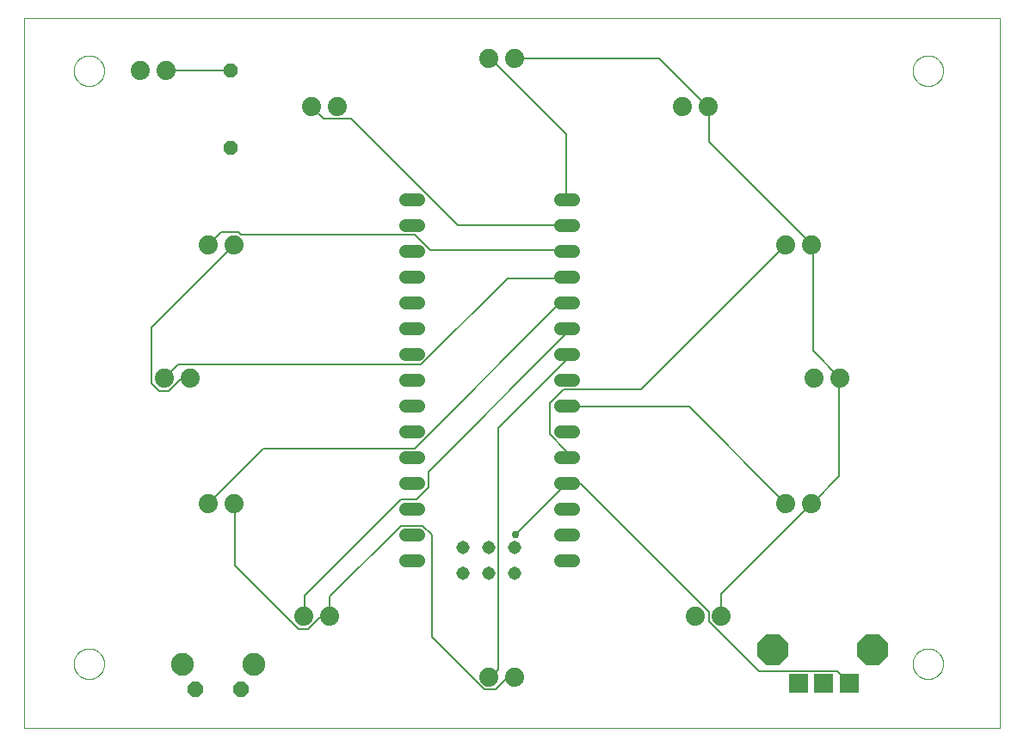
<source format=gtl>
G75*
%MOIN*%
%OFA0B0*%
%FSLAX25Y25*%
%IPPOS*%
%LPD*%
%AMOC8*
5,1,8,0,0,1.08239X$1,22.5*
%
%ADD10C,0.00000*%
%ADD11C,0.07400*%
%ADD12OC8,0.05200*%
%ADD13OC8,0.06000*%
%ADD14C,0.08850*%
%ADD15C,0.05150*%
%ADD16C,0.05150*%
%ADD17R,0.07400X0.07400*%
%ADD18OC8,0.11811*%
%ADD19C,0.00600*%
%ADD20C,0.02978*%
D10*
X0001000Y0020750D02*
X0001000Y0296341D01*
X0378953Y0296341D01*
X0378953Y0020750D01*
X0001000Y0020750D01*
X0020094Y0045750D02*
X0020096Y0045903D01*
X0020102Y0046057D01*
X0020112Y0046210D01*
X0020126Y0046362D01*
X0020144Y0046515D01*
X0020166Y0046666D01*
X0020191Y0046817D01*
X0020221Y0046968D01*
X0020255Y0047118D01*
X0020292Y0047266D01*
X0020333Y0047414D01*
X0020378Y0047560D01*
X0020427Y0047706D01*
X0020480Y0047850D01*
X0020536Y0047992D01*
X0020596Y0048133D01*
X0020660Y0048273D01*
X0020727Y0048411D01*
X0020798Y0048547D01*
X0020873Y0048681D01*
X0020950Y0048813D01*
X0021032Y0048943D01*
X0021116Y0049071D01*
X0021204Y0049197D01*
X0021295Y0049320D01*
X0021389Y0049441D01*
X0021487Y0049559D01*
X0021587Y0049675D01*
X0021691Y0049788D01*
X0021797Y0049899D01*
X0021906Y0050007D01*
X0022018Y0050112D01*
X0022132Y0050213D01*
X0022250Y0050312D01*
X0022369Y0050408D01*
X0022491Y0050501D01*
X0022616Y0050590D01*
X0022743Y0050677D01*
X0022872Y0050759D01*
X0023003Y0050839D01*
X0023136Y0050915D01*
X0023271Y0050988D01*
X0023408Y0051057D01*
X0023547Y0051122D01*
X0023687Y0051184D01*
X0023829Y0051242D01*
X0023972Y0051297D01*
X0024117Y0051348D01*
X0024263Y0051395D01*
X0024410Y0051438D01*
X0024558Y0051477D01*
X0024707Y0051513D01*
X0024857Y0051544D01*
X0025008Y0051572D01*
X0025159Y0051596D01*
X0025312Y0051616D01*
X0025464Y0051632D01*
X0025617Y0051644D01*
X0025770Y0051652D01*
X0025923Y0051656D01*
X0026077Y0051656D01*
X0026230Y0051652D01*
X0026383Y0051644D01*
X0026536Y0051632D01*
X0026688Y0051616D01*
X0026841Y0051596D01*
X0026992Y0051572D01*
X0027143Y0051544D01*
X0027293Y0051513D01*
X0027442Y0051477D01*
X0027590Y0051438D01*
X0027737Y0051395D01*
X0027883Y0051348D01*
X0028028Y0051297D01*
X0028171Y0051242D01*
X0028313Y0051184D01*
X0028453Y0051122D01*
X0028592Y0051057D01*
X0028729Y0050988D01*
X0028864Y0050915D01*
X0028997Y0050839D01*
X0029128Y0050759D01*
X0029257Y0050677D01*
X0029384Y0050590D01*
X0029509Y0050501D01*
X0029631Y0050408D01*
X0029750Y0050312D01*
X0029868Y0050213D01*
X0029982Y0050112D01*
X0030094Y0050007D01*
X0030203Y0049899D01*
X0030309Y0049788D01*
X0030413Y0049675D01*
X0030513Y0049559D01*
X0030611Y0049441D01*
X0030705Y0049320D01*
X0030796Y0049197D01*
X0030884Y0049071D01*
X0030968Y0048943D01*
X0031050Y0048813D01*
X0031127Y0048681D01*
X0031202Y0048547D01*
X0031273Y0048411D01*
X0031340Y0048273D01*
X0031404Y0048133D01*
X0031464Y0047992D01*
X0031520Y0047850D01*
X0031573Y0047706D01*
X0031622Y0047560D01*
X0031667Y0047414D01*
X0031708Y0047266D01*
X0031745Y0047118D01*
X0031779Y0046968D01*
X0031809Y0046817D01*
X0031834Y0046666D01*
X0031856Y0046515D01*
X0031874Y0046362D01*
X0031888Y0046210D01*
X0031898Y0046057D01*
X0031904Y0045903D01*
X0031906Y0045750D01*
X0031904Y0045597D01*
X0031898Y0045443D01*
X0031888Y0045290D01*
X0031874Y0045138D01*
X0031856Y0044985D01*
X0031834Y0044834D01*
X0031809Y0044683D01*
X0031779Y0044532D01*
X0031745Y0044382D01*
X0031708Y0044234D01*
X0031667Y0044086D01*
X0031622Y0043940D01*
X0031573Y0043794D01*
X0031520Y0043650D01*
X0031464Y0043508D01*
X0031404Y0043367D01*
X0031340Y0043227D01*
X0031273Y0043089D01*
X0031202Y0042953D01*
X0031127Y0042819D01*
X0031050Y0042687D01*
X0030968Y0042557D01*
X0030884Y0042429D01*
X0030796Y0042303D01*
X0030705Y0042180D01*
X0030611Y0042059D01*
X0030513Y0041941D01*
X0030413Y0041825D01*
X0030309Y0041712D01*
X0030203Y0041601D01*
X0030094Y0041493D01*
X0029982Y0041388D01*
X0029868Y0041287D01*
X0029750Y0041188D01*
X0029631Y0041092D01*
X0029509Y0040999D01*
X0029384Y0040910D01*
X0029257Y0040823D01*
X0029128Y0040741D01*
X0028997Y0040661D01*
X0028864Y0040585D01*
X0028729Y0040512D01*
X0028592Y0040443D01*
X0028453Y0040378D01*
X0028313Y0040316D01*
X0028171Y0040258D01*
X0028028Y0040203D01*
X0027883Y0040152D01*
X0027737Y0040105D01*
X0027590Y0040062D01*
X0027442Y0040023D01*
X0027293Y0039987D01*
X0027143Y0039956D01*
X0026992Y0039928D01*
X0026841Y0039904D01*
X0026688Y0039884D01*
X0026536Y0039868D01*
X0026383Y0039856D01*
X0026230Y0039848D01*
X0026077Y0039844D01*
X0025923Y0039844D01*
X0025770Y0039848D01*
X0025617Y0039856D01*
X0025464Y0039868D01*
X0025312Y0039884D01*
X0025159Y0039904D01*
X0025008Y0039928D01*
X0024857Y0039956D01*
X0024707Y0039987D01*
X0024558Y0040023D01*
X0024410Y0040062D01*
X0024263Y0040105D01*
X0024117Y0040152D01*
X0023972Y0040203D01*
X0023829Y0040258D01*
X0023687Y0040316D01*
X0023547Y0040378D01*
X0023408Y0040443D01*
X0023271Y0040512D01*
X0023136Y0040585D01*
X0023003Y0040661D01*
X0022872Y0040741D01*
X0022743Y0040823D01*
X0022616Y0040910D01*
X0022491Y0040999D01*
X0022369Y0041092D01*
X0022250Y0041188D01*
X0022132Y0041287D01*
X0022018Y0041388D01*
X0021906Y0041493D01*
X0021797Y0041601D01*
X0021691Y0041712D01*
X0021587Y0041825D01*
X0021487Y0041941D01*
X0021389Y0042059D01*
X0021295Y0042180D01*
X0021204Y0042303D01*
X0021116Y0042429D01*
X0021032Y0042557D01*
X0020950Y0042687D01*
X0020873Y0042819D01*
X0020798Y0042953D01*
X0020727Y0043089D01*
X0020660Y0043227D01*
X0020596Y0043367D01*
X0020536Y0043508D01*
X0020480Y0043650D01*
X0020427Y0043794D01*
X0020378Y0043940D01*
X0020333Y0044086D01*
X0020292Y0044234D01*
X0020255Y0044382D01*
X0020221Y0044532D01*
X0020191Y0044683D01*
X0020166Y0044834D01*
X0020144Y0044985D01*
X0020126Y0045138D01*
X0020112Y0045290D01*
X0020102Y0045443D01*
X0020096Y0045597D01*
X0020094Y0045750D01*
X0020094Y0275750D02*
X0020096Y0275903D01*
X0020102Y0276057D01*
X0020112Y0276210D01*
X0020126Y0276362D01*
X0020144Y0276515D01*
X0020166Y0276666D01*
X0020191Y0276817D01*
X0020221Y0276968D01*
X0020255Y0277118D01*
X0020292Y0277266D01*
X0020333Y0277414D01*
X0020378Y0277560D01*
X0020427Y0277706D01*
X0020480Y0277850D01*
X0020536Y0277992D01*
X0020596Y0278133D01*
X0020660Y0278273D01*
X0020727Y0278411D01*
X0020798Y0278547D01*
X0020873Y0278681D01*
X0020950Y0278813D01*
X0021032Y0278943D01*
X0021116Y0279071D01*
X0021204Y0279197D01*
X0021295Y0279320D01*
X0021389Y0279441D01*
X0021487Y0279559D01*
X0021587Y0279675D01*
X0021691Y0279788D01*
X0021797Y0279899D01*
X0021906Y0280007D01*
X0022018Y0280112D01*
X0022132Y0280213D01*
X0022250Y0280312D01*
X0022369Y0280408D01*
X0022491Y0280501D01*
X0022616Y0280590D01*
X0022743Y0280677D01*
X0022872Y0280759D01*
X0023003Y0280839D01*
X0023136Y0280915D01*
X0023271Y0280988D01*
X0023408Y0281057D01*
X0023547Y0281122D01*
X0023687Y0281184D01*
X0023829Y0281242D01*
X0023972Y0281297D01*
X0024117Y0281348D01*
X0024263Y0281395D01*
X0024410Y0281438D01*
X0024558Y0281477D01*
X0024707Y0281513D01*
X0024857Y0281544D01*
X0025008Y0281572D01*
X0025159Y0281596D01*
X0025312Y0281616D01*
X0025464Y0281632D01*
X0025617Y0281644D01*
X0025770Y0281652D01*
X0025923Y0281656D01*
X0026077Y0281656D01*
X0026230Y0281652D01*
X0026383Y0281644D01*
X0026536Y0281632D01*
X0026688Y0281616D01*
X0026841Y0281596D01*
X0026992Y0281572D01*
X0027143Y0281544D01*
X0027293Y0281513D01*
X0027442Y0281477D01*
X0027590Y0281438D01*
X0027737Y0281395D01*
X0027883Y0281348D01*
X0028028Y0281297D01*
X0028171Y0281242D01*
X0028313Y0281184D01*
X0028453Y0281122D01*
X0028592Y0281057D01*
X0028729Y0280988D01*
X0028864Y0280915D01*
X0028997Y0280839D01*
X0029128Y0280759D01*
X0029257Y0280677D01*
X0029384Y0280590D01*
X0029509Y0280501D01*
X0029631Y0280408D01*
X0029750Y0280312D01*
X0029868Y0280213D01*
X0029982Y0280112D01*
X0030094Y0280007D01*
X0030203Y0279899D01*
X0030309Y0279788D01*
X0030413Y0279675D01*
X0030513Y0279559D01*
X0030611Y0279441D01*
X0030705Y0279320D01*
X0030796Y0279197D01*
X0030884Y0279071D01*
X0030968Y0278943D01*
X0031050Y0278813D01*
X0031127Y0278681D01*
X0031202Y0278547D01*
X0031273Y0278411D01*
X0031340Y0278273D01*
X0031404Y0278133D01*
X0031464Y0277992D01*
X0031520Y0277850D01*
X0031573Y0277706D01*
X0031622Y0277560D01*
X0031667Y0277414D01*
X0031708Y0277266D01*
X0031745Y0277118D01*
X0031779Y0276968D01*
X0031809Y0276817D01*
X0031834Y0276666D01*
X0031856Y0276515D01*
X0031874Y0276362D01*
X0031888Y0276210D01*
X0031898Y0276057D01*
X0031904Y0275903D01*
X0031906Y0275750D01*
X0031904Y0275597D01*
X0031898Y0275443D01*
X0031888Y0275290D01*
X0031874Y0275138D01*
X0031856Y0274985D01*
X0031834Y0274834D01*
X0031809Y0274683D01*
X0031779Y0274532D01*
X0031745Y0274382D01*
X0031708Y0274234D01*
X0031667Y0274086D01*
X0031622Y0273940D01*
X0031573Y0273794D01*
X0031520Y0273650D01*
X0031464Y0273508D01*
X0031404Y0273367D01*
X0031340Y0273227D01*
X0031273Y0273089D01*
X0031202Y0272953D01*
X0031127Y0272819D01*
X0031050Y0272687D01*
X0030968Y0272557D01*
X0030884Y0272429D01*
X0030796Y0272303D01*
X0030705Y0272180D01*
X0030611Y0272059D01*
X0030513Y0271941D01*
X0030413Y0271825D01*
X0030309Y0271712D01*
X0030203Y0271601D01*
X0030094Y0271493D01*
X0029982Y0271388D01*
X0029868Y0271287D01*
X0029750Y0271188D01*
X0029631Y0271092D01*
X0029509Y0270999D01*
X0029384Y0270910D01*
X0029257Y0270823D01*
X0029128Y0270741D01*
X0028997Y0270661D01*
X0028864Y0270585D01*
X0028729Y0270512D01*
X0028592Y0270443D01*
X0028453Y0270378D01*
X0028313Y0270316D01*
X0028171Y0270258D01*
X0028028Y0270203D01*
X0027883Y0270152D01*
X0027737Y0270105D01*
X0027590Y0270062D01*
X0027442Y0270023D01*
X0027293Y0269987D01*
X0027143Y0269956D01*
X0026992Y0269928D01*
X0026841Y0269904D01*
X0026688Y0269884D01*
X0026536Y0269868D01*
X0026383Y0269856D01*
X0026230Y0269848D01*
X0026077Y0269844D01*
X0025923Y0269844D01*
X0025770Y0269848D01*
X0025617Y0269856D01*
X0025464Y0269868D01*
X0025312Y0269884D01*
X0025159Y0269904D01*
X0025008Y0269928D01*
X0024857Y0269956D01*
X0024707Y0269987D01*
X0024558Y0270023D01*
X0024410Y0270062D01*
X0024263Y0270105D01*
X0024117Y0270152D01*
X0023972Y0270203D01*
X0023829Y0270258D01*
X0023687Y0270316D01*
X0023547Y0270378D01*
X0023408Y0270443D01*
X0023271Y0270512D01*
X0023136Y0270585D01*
X0023003Y0270661D01*
X0022872Y0270741D01*
X0022743Y0270823D01*
X0022616Y0270910D01*
X0022491Y0270999D01*
X0022369Y0271092D01*
X0022250Y0271188D01*
X0022132Y0271287D01*
X0022018Y0271388D01*
X0021906Y0271493D01*
X0021797Y0271601D01*
X0021691Y0271712D01*
X0021587Y0271825D01*
X0021487Y0271941D01*
X0021389Y0272059D01*
X0021295Y0272180D01*
X0021204Y0272303D01*
X0021116Y0272429D01*
X0021032Y0272557D01*
X0020950Y0272687D01*
X0020873Y0272819D01*
X0020798Y0272953D01*
X0020727Y0273089D01*
X0020660Y0273227D01*
X0020596Y0273367D01*
X0020536Y0273508D01*
X0020480Y0273650D01*
X0020427Y0273794D01*
X0020378Y0273940D01*
X0020333Y0274086D01*
X0020292Y0274234D01*
X0020255Y0274382D01*
X0020221Y0274532D01*
X0020191Y0274683D01*
X0020166Y0274834D01*
X0020144Y0274985D01*
X0020126Y0275138D01*
X0020112Y0275290D01*
X0020102Y0275443D01*
X0020096Y0275597D01*
X0020094Y0275750D01*
X0345094Y0275750D02*
X0345096Y0275903D01*
X0345102Y0276057D01*
X0345112Y0276210D01*
X0345126Y0276362D01*
X0345144Y0276515D01*
X0345166Y0276666D01*
X0345191Y0276817D01*
X0345221Y0276968D01*
X0345255Y0277118D01*
X0345292Y0277266D01*
X0345333Y0277414D01*
X0345378Y0277560D01*
X0345427Y0277706D01*
X0345480Y0277850D01*
X0345536Y0277992D01*
X0345596Y0278133D01*
X0345660Y0278273D01*
X0345727Y0278411D01*
X0345798Y0278547D01*
X0345873Y0278681D01*
X0345950Y0278813D01*
X0346032Y0278943D01*
X0346116Y0279071D01*
X0346204Y0279197D01*
X0346295Y0279320D01*
X0346389Y0279441D01*
X0346487Y0279559D01*
X0346587Y0279675D01*
X0346691Y0279788D01*
X0346797Y0279899D01*
X0346906Y0280007D01*
X0347018Y0280112D01*
X0347132Y0280213D01*
X0347250Y0280312D01*
X0347369Y0280408D01*
X0347491Y0280501D01*
X0347616Y0280590D01*
X0347743Y0280677D01*
X0347872Y0280759D01*
X0348003Y0280839D01*
X0348136Y0280915D01*
X0348271Y0280988D01*
X0348408Y0281057D01*
X0348547Y0281122D01*
X0348687Y0281184D01*
X0348829Y0281242D01*
X0348972Y0281297D01*
X0349117Y0281348D01*
X0349263Y0281395D01*
X0349410Y0281438D01*
X0349558Y0281477D01*
X0349707Y0281513D01*
X0349857Y0281544D01*
X0350008Y0281572D01*
X0350159Y0281596D01*
X0350312Y0281616D01*
X0350464Y0281632D01*
X0350617Y0281644D01*
X0350770Y0281652D01*
X0350923Y0281656D01*
X0351077Y0281656D01*
X0351230Y0281652D01*
X0351383Y0281644D01*
X0351536Y0281632D01*
X0351688Y0281616D01*
X0351841Y0281596D01*
X0351992Y0281572D01*
X0352143Y0281544D01*
X0352293Y0281513D01*
X0352442Y0281477D01*
X0352590Y0281438D01*
X0352737Y0281395D01*
X0352883Y0281348D01*
X0353028Y0281297D01*
X0353171Y0281242D01*
X0353313Y0281184D01*
X0353453Y0281122D01*
X0353592Y0281057D01*
X0353729Y0280988D01*
X0353864Y0280915D01*
X0353997Y0280839D01*
X0354128Y0280759D01*
X0354257Y0280677D01*
X0354384Y0280590D01*
X0354509Y0280501D01*
X0354631Y0280408D01*
X0354750Y0280312D01*
X0354868Y0280213D01*
X0354982Y0280112D01*
X0355094Y0280007D01*
X0355203Y0279899D01*
X0355309Y0279788D01*
X0355413Y0279675D01*
X0355513Y0279559D01*
X0355611Y0279441D01*
X0355705Y0279320D01*
X0355796Y0279197D01*
X0355884Y0279071D01*
X0355968Y0278943D01*
X0356050Y0278813D01*
X0356127Y0278681D01*
X0356202Y0278547D01*
X0356273Y0278411D01*
X0356340Y0278273D01*
X0356404Y0278133D01*
X0356464Y0277992D01*
X0356520Y0277850D01*
X0356573Y0277706D01*
X0356622Y0277560D01*
X0356667Y0277414D01*
X0356708Y0277266D01*
X0356745Y0277118D01*
X0356779Y0276968D01*
X0356809Y0276817D01*
X0356834Y0276666D01*
X0356856Y0276515D01*
X0356874Y0276362D01*
X0356888Y0276210D01*
X0356898Y0276057D01*
X0356904Y0275903D01*
X0356906Y0275750D01*
X0356904Y0275597D01*
X0356898Y0275443D01*
X0356888Y0275290D01*
X0356874Y0275138D01*
X0356856Y0274985D01*
X0356834Y0274834D01*
X0356809Y0274683D01*
X0356779Y0274532D01*
X0356745Y0274382D01*
X0356708Y0274234D01*
X0356667Y0274086D01*
X0356622Y0273940D01*
X0356573Y0273794D01*
X0356520Y0273650D01*
X0356464Y0273508D01*
X0356404Y0273367D01*
X0356340Y0273227D01*
X0356273Y0273089D01*
X0356202Y0272953D01*
X0356127Y0272819D01*
X0356050Y0272687D01*
X0355968Y0272557D01*
X0355884Y0272429D01*
X0355796Y0272303D01*
X0355705Y0272180D01*
X0355611Y0272059D01*
X0355513Y0271941D01*
X0355413Y0271825D01*
X0355309Y0271712D01*
X0355203Y0271601D01*
X0355094Y0271493D01*
X0354982Y0271388D01*
X0354868Y0271287D01*
X0354750Y0271188D01*
X0354631Y0271092D01*
X0354509Y0270999D01*
X0354384Y0270910D01*
X0354257Y0270823D01*
X0354128Y0270741D01*
X0353997Y0270661D01*
X0353864Y0270585D01*
X0353729Y0270512D01*
X0353592Y0270443D01*
X0353453Y0270378D01*
X0353313Y0270316D01*
X0353171Y0270258D01*
X0353028Y0270203D01*
X0352883Y0270152D01*
X0352737Y0270105D01*
X0352590Y0270062D01*
X0352442Y0270023D01*
X0352293Y0269987D01*
X0352143Y0269956D01*
X0351992Y0269928D01*
X0351841Y0269904D01*
X0351688Y0269884D01*
X0351536Y0269868D01*
X0351383Y0269856D01*
X0351230Y0269848D01*
X0351077Y0269844D01*
X0350923Y0269844D01*
X0350770Y0269848D01*
X0350617Y0269856D01*
X0350464Y0269868D01*
X0350312Y0269884D01*
X0350159Y0269904D01*
X0350008Y0269928D01*
X0349857Y0269956D01*
X0349707Y0269987D01*
X0349558Y0270023D01*
X0349410Y0270062D01*
X0349263Y0270105D01*
X0349117Y0270152D01*
X0348972Y0270203D01*
X0348829Y0270258D01*
X0348687Y0270316D01*
X0348547Y0270378D01*
X0348408Y0270443D01*
X0348271Y0270512D01*
X0348136Y0270585D01*
X0348003Y0270661D01*
X0347872Y0270741D01*
X0347743Y0270823D01*
X0347616Y0270910D01*
X0347491Y0270999D01*
X0347369Y0271092D01*
X0347250Y0271188D01*
X0347132Y0271287D01*
X0347018Y0271388D01*
X0346906Y0271493D01*
X0346797Y0271601D01*
X0346691Y0271712D01*
X0346587Y0271825D01*
X0346487Y0271941D01*
X0346389Y0272059D01*
X0346295Y0272180D01*
X0346204Y0272303D01*
X0346116Y0272429D01*
X0346032Y0272557D01*
X0345950Y0272687D01*
X0345873Y0272819D01*
X0345798Y0272953D01*
X0345727Y0273089D01*
X0345660Y0273227D01*
X0345596Y0273367D01*
X0345536Y0273508D01*
X0345480Y0273650D01*
X0345427Y0273794D01*
X0345378Y0273940D01*
X0345333Y0274086D01*
X0345292Y0274234D01*
X0345255Y0274382D01*
X0345221Y0274532D01*
X0345191Y0274683D01*
X0345166Y0274834D01*
X0345144Y0274985D01*
X0345126Y0275138D01*
X0345112Y0275290D01*
X0345102Y0275443D01*
X0345096Y0275597D01*
X0345094Y0275750D01*
X0345094Y0045750D02*
X0345096Y0045903D01*
X0345102Y0046057D01*
X0345112Y0046210D01*
X0345126Y0046362D01*
X0345144Y0046515D01*
X0345166Y0046666D01*
X0345191Y0046817D01*
X0345221Y0046968D01*
X0345255Y0047118D01*
X0345292Y0047266D01*
X0345333Y0047414D01*
X0345378Y0047560D01*
X0345427Y0047706D01*
X0345480Y0047850D01*
X0345536Y0047992D01*
X0345596Y0048133D01*
X0345660Y0048273D01*
X0345727Y0048411D01*
X0345798Y0048547D01*
X0345873Y0048681D01*
X0345950Y0048813D01*
X0346032Y0048943D01*
X0346116Y0049071D01*
X0346204Y0049197D01*
X0346295Y0049320D01*
X0346389Y0049441D01*
X0346487Y0049559D01*
X0346587Y0049675D01*
X0346691Y0049788D01*
X0346797Y0049899D01*
X0346906Y0050007D01*
X0347018Y0050112D01*
X0347132Y0050213D01*
X0347250Y0050312D01*
X0347369Y0050408D01*
X0347491Y0050501D01*
X0347616Y0050590D01*
X0347743Y0050677D01*
X0347872Y0050759D01*
X0348003Y0050839D01*
X0348136Y0050915D01*
X0348271Y0050988D01*
X0348408Y0051057D01*
X0348547Y0051122D01*
X0348687Y0051184D01*
X0348829Y0051242D01*
X0348972Y0051297D01*
X0349117Y0051348D01*
X0349263Y0051395D01*
X0349410Y0051438D01*
X0349558Y0051477D01*
X0349707Y0051513D01*
X0349857Y0051544D01*
X0350008Y0051572D01*
X0350159Y0051596D01*
X0350312Y0051616D01*
X0350464Y0051632D01*
X0350617Y0051644D01*
X0350770Y0051652D01*
X0350923Y0051656D01*
X0351077Y0051656D01*
X0351230Y0051652D01*
X0351383Y0051644D01*
X0351536Y0051632D01*
X0351688Y0051616D01*
X0351841Y0051596D01*
X0351992Y0051572D01*
X0352143Y0051544D01*
X0352293Y0051513D01*
X0352442Y0051477D01*
X0352590Y0051438D01*
X0352737Y0051395D01*
X0352883Y0051348D01*
X0353028Y0051297D01*
X0353171Y0051242D01*
X0353313Y0051184D01*
X0353453Y0051122D01*
X0353592Y0051057D01*
X0353729Y0050988D01*
X0353864Y0050915D01*
X0353997Y0050839D01*
X0354128Y0050759D01*
X0354257Y0050677D01*
X0354384Y0050590D01*
X0354509Y0050501D01*
X0354631Y0050408D01*
X0354750Y0050312D01*
X0354868Y0050213D01*
X0354982Y0050112D01*
X0355094Y0050007D01*
X0355203Y0049899D01*
X0355309Y0049788D01*
X0355413Y0049675D01*
X0355513Y0049559D01*
X0355611Y0049441D01*
X0355705Y0049320D01*
X0355796Y0049197D01*
X0355884Y0049071D01*
X0355968Y0048943D01*
X0356050Y0048813D01*
X0356127Y0048681D01*
X0356202Y0048547D01*
X0356273Y0048411D01*
X0356340Y0048273D01*
X0356404Y0048133D01*
X0356464Y0047992D01*
X0356520Y0047850D01*
X0356573Y0047706D01*
X0356622Y0047560D01*
X0356667Y0047414D01*
X0356708Y0047266D01*
X0356745Y0047118D01*
X0356779Y0046968D01*
X0356809Y0046817D01*
X0356834Y0046666D01*
X0356856Y0046515D01*
X0356874Y0046362D01*
X0356888Y0046210D01*
X0356898Y0046057D01*
X0356904Y0045903D01*
X0356906Y0045750D01*
X0356904Y0045597D01*
X0356898Y0045443D01*
X0356888Y0045290D01*
X0356874Y0045138D01*
X0356856Y0044985D01*
X0356834Y0044834D01*
X0356809Y0044683D01*
X0356779Y0044532D01*
X0356745Y0044382D01*
X0356708Y0044234D01*
X0356667Y0044086D01*
X0356622Y0043940D01*
X0356573Y0043794D01*
X0356520Y0043650D01*
X0356464Y0043508D01*
X0356404Y0043367D01*
X0356340Y0043227D01*
X0356273Y0043089D01*
X0356202Y0042953D01*
X0356127Y0042819D01*
X0356050Y0042687D01*
X0355968Y0042557D01*
X0355884Y0042429D01*
X0355796Y0042303D01*
X0355705Y0042180D01*
X0355611Y0042059D01*
X0355513Y0041941D01*
X0355413Y0041825D01*
X0355309Y0041712D01*
X0355203Y0041601D01*
X0355094Y0041493D01*
X0354982Y0041388D01*
X0354868Y0041287D01*
X0354750Y0041188D01*
X0354631Y0041092D01*
X0354509Y0040999D01*
X0354384Y0040910D01*
X0354257Y0040823D01*
X0354128Y0040741D01*
X0353997Y0040661D01*
X0353864Y0040585D01*
X0353729Y0040512D01*
X0353592Y0040443D01*
X0353453Y0040378D01*
X0353313Y0040316D01*
X0353171Y0040258D01*
X0353028Y0040203D01*
X0352883Y0040152D01*
X0352737Y0040105D01*
X0352590Y0040062D01*
X0352442Y0040023D01*
X0352293Y0039987D01*
X0352143Y0039956D01*
X0351992Y0039928D01*
X0351841Y0039904D01*
X0351688Y0039884D01*
X0351536Y0039868D01*
X0351383Y0039856D01*
X0351230Y0039848D01*
X0351077Y0039844D01*
X0350923Y0039844D01*
X0350770Y0039848D01*
X0350617Y0039856D01*
X0350464Y0039868D01*
X0350312Y0039884D01*
X0350159Y0039904D01*
X0350008Y0039928D01*
X0349857Y0039956D01*
X0349707Y0039987D01*
X0349558Y0040023D01*
X0349410Y0040062D01*
X0349263Y0040105D01*
X0349117Y0040152D01*
X0348972Y0040203D01*
X0348829Y0040258D01*
X0348687Y0040316D01*
X0348547Y0040378D01*
X0348408Y0040443D01*
X0348271Y0040512D01*
X0348136Y0040585D01*
X0348003Y0040661D01*
X0347872Y0040741D01*
X0347743Y0040823D01*
X0347616Y0040910D01*
X0347491Y0040999D01*
X0347369Y0041092D01*
X0347250Y0041188D01*
X0347132Y0041287D01*
X0347018Y0041388D01*
X0346906Y0041493D01*
X0346797Y0041601D01*
X0346691Y0041712D01*
X0346587Y0041825D01*
X0346487Y0041941D01*
X0346389Y0042059D01*
X0346295Y0042180D01*
X0346204Y0042303D01*
X0346116Y0042429D01*
X0346032Y0042557D01*
X0345950Y0042687D01*
X0345873Y0042819D01*
X0345798Y0042953D01*
X0345727Y0043089D01*
X0345660Y0043227D01*
X0345596Y0043367D01*
X0345536Y0043508D01*
X0345480Y0043650D01*
X0345427Y0043794D01*
X0345378Y0043940D01*
X0345333Y0044086D01*
X0345292Y0044234D01*
X0345255Y0044382D01*
X0345221Y0044532D01*
X0345191Y0044683D01*
X0345166Y0044834D01*
X0345144Y0044985D01*
X0345126Y0045138D01*
X0345112Y0045290D01*
X0345102Y0045443D01*
X0345096Y0045597D01*
X0345094Y0045750D01*
D11*
X0271000Y0064136D03*
X0261000Y0064136D03*
X0296000Y0107837D03*
X0306000Y0107837D03*
X0307024Y0156577D03*
X0317024Y0156577D03*
X0306000Y0208191D03*
X0296000Y0208191D03*
X0266000Y0261892D03*
X0256000Y0261892D03*
X0191039Y0280593D03*
X0181039Y0280593D03*
X0122063Y0261892D03*
X0112063Y0261892D03*
X0056000Y0275750D03*
X0046000Y0275750D03*
X0072063Y0208191D03*
X0082063Y0208191D03*
X0065055Y0156577D03*
X0055055Y0156577D03*
X0072063Y0107837D03*
X0082063Y0107837D03*
X0109071Y0064136D03*
X0119071Y0064136D03*
X0181039Y0040435D03*
X0191039Y0040435D03*
D12*
X0081000Y0245750D03*
X0081000Y0275750D03*
D13*
X0084900Y0035850D03*
X0067100Y0035850D03*
D14*
X0062200Y0045650D03*
X0089800Y0045650D03*
D15*
X0148425Y0085750D02*
X0153575Y0085750D01*
X0153575Y0095750D02*
X0148425Y0095750D01*
X0148425Y0105750D02*
X0153575Y0105750D01*
X0153575Y0115750D02*
X0148425Y0115750D01*
X0148425Y0125750D02*
X0153575Y0125750D01*
X0153575Y0135750D02*
X0148425Y0135750D01*
X0148425Y0145750D02*
X0153575Y0145750D01*
X0153575Y0155750D02*
X0148425Y0155750D01*
X0148425Y0165750D02*
X0153575Y0165750D01*
X0153575Y0175750D02*
X0148425Y0175750D01*
X0148425Y0185750D02*
X0153575Y0185750D01*
X0153575Y0195750D02*
X0148425Y0195750D01*
X0148425Y0205750D02*
X0153575Y0205750D01*
X0153575Y0215750D02*
X0148425Y0215750D01*
X0148425Y0225750D02*
X0153575Y0225750D01*
X0208425Y0225750D02*
X0213575Y0225750D01*
X0213575Y0215750D02*
X0208425Y0215750D01*
X0208425Y0205750D02*
X0213575Y0205750D01*
X0213575Y0195750D02*
X0208425Y0195750D01*
X0208425Y0185750D02*
X0213575Y0185750D01*
X0213575Y0175750D02*
X0208425Y0175750D01*
X0208425Y0165750D02*
X0213575Y0165750D01*
X0213575Y0155750D02*
X0208425Y0155750D01*
X0208425Y0145750D02*
X0213575Y0145750D01*
X0213575Y0135750D02*
X0208425Y0135750D01*
X0208425Y0125750D02*
X0213575Y0125750D01*
X0213575Y0115750D02*
X0208425Y0115750D01*
X0208425Y0105750D02*
X0213575Y0105750D01*
X0213575Y0095750D02*
X0208425Y0095750D01*
X0208425Y0085750D02*
X0213575Y0085750D01*
D16*
X0191000Y0080750D03*
X0191000Y0090750D03*
X0181000Y0090750D03*
X0171000Y0090750D03*
X0171000Y0080750D03*
X0181000Y0080750D03*
D17*
X0300843Y0038309D03*
X0310685Y0038309D03*
X0320528Y0038309D03*
D18*
X0329583Y0051301D03*
X0291000Y0051301D03*
D19*
X0285400Y0042950D02*
X0316000Y0042950D01*
X0320200Y0038750D01*
X0320528Y0038309D01*
X0285400Y0042950D02*
X0266200Y0062150D01*
X0266200Y0065750D01*
X0216400Y0115550D01*
X0211000Y0115550D01*
X0211000Y0115750D01*
X0211000Y0115550D01*
X0191200Y0095750D01*
X0158800Y0095750D02*
X0155200Y0099350D01*
X0146800Y0099350D01*
X0119200Y0071750D01*
X0119200Y0064550D01*
X0119071Y0064136D01*
X0118600Y0063950D01*
X0115600Y0063950D01*
X0110800Y0059150D01*
X0107200Y0059150D01*
X0082600Y0083750D01*
X0082600Y0107750D01*
X0082063Y0107837D01*
X0072400Y0108350D02*
X0072063Y0107837D01*
X0072400Y0108350D02*
X0093400Y0129350D01*
X0152200Y0129350D01*
X0208600Y0185750D01*
X0211000Y0185750D01*
X0211000Y0195350D02*
X0211000Y0195750D01*
X0211000Y0195350D02*
X0188200Y0195350D01*
X0154600Y0161750D01*
X0060400Y0161750D01*
X0055600Y0156950D01*
X0055055Y0156577D01*
X0050200Y0154550D02*
X0050200Y0176150D01*
X0082000Y0207950D01*
X0082063Y0208191D01*
X0085000Y0212150D02*
X0083800Y0213350D01*
X0077200Y0213350D01*
X0072400Y0208550D01*
X0072063Y0208191D01*
X0085000Y0212150D02*
X0152200Y0212150D01*
X0158200Y0206150D01*
X0211000Y0206150D01*
X0211000Y0205750D01*
X0211000Y0215750D02*
X0169000Y0215750D01*
X0127600Y0257150D01*
X0116800Y0257150D01*
X0112600Y0261350D01*
X0112063Y0261892D01*
X0081000Y0275750D02*
X0080800Y0275750D01*
X0056200Y0275750D01*
X0056000Y0275750D01*
X0181039Y0280593D02*
X0181600Y0280550D01*
X0211000Y0251150D01*
X0211000Y0225950D01*
X0211000Y0225750D01*
X0265600Y0261950D02*
X0266000Y0261892D01*
X0266200Y0261350D01*
X0266200Y0248150D01*
X0305800Y0208550D01*
X0306000Y0208191D01*
X0306400Y0207950D01*
X0306400Y0167150D01*
X0316600Y0156950D01*
X0317024Y0156577D01*
X0316600Y0156350D01*
X0316600Y0118550D01*
X0306400Y0108350D01*
X0306000Y0107837D01*
X0305800Y0107750D01*
X0271000Y0072950D01*
X0271000Y0064550D01*
X0271000Y0064136D01*
X0296000Y0107837D02*
X0295600Y0108350D01*
X0258400Y0145550D01*
X0211000Y0145550D01*
X0211000Y0145750D01*
X0209800Y0152150D02*
X0239800Y0152150D01*
X0295600Y0207950D01*
X0296000Y0208191D01*
X0265600Y0261950D02*
X0247000Y0280550D01*
X0191200Y0280550D01*
X0191039Y0280593D01*
X0211000Y0175750D02*
X0211000Y0175550D01*
X0211000Y0173750D01*
X0157600Y0120350D01*
X0157600Y0114350D01*
X0152800Y0109550D01*
X0146800Y0109550D01*
X0109600Y0072350D01*
X0109600Y0064550D01*
X0109071Y0064136D01*
X0158800Y0056150D02*
X0158800Y0095750D01*
X0184600Y0137150D02*
X0184600Y0043550D01*
X0181600Y0040550D01*
X0181039Y0040435D01*
X0179200Y0035750D02*
X0158800Y0056150D01*
X0179200Y0035750D02*
X0183400Y0035750D01*
X0187600Y0039950D01*
X0190600Y0039950D01*
X0191039Y0040435D01*
X0211000Y0125750D02*
X0211000Y0128150D01*
X0204400Y0134750D01*
X0204400Y0146750D01*
X0209800Y0152150D01*
X0211000Y0163550D02*
X0184600Y0137150D01*
X0211000Y0163550D02*
X0211000Y0165350D01*
X0211000Y0165750D01*
X0065055Y0156577D02*
X0064600Y0156350D01*
X0061600Y0156350D01*
X0056800Y0151550D01*
X0053200Y0151550D01*
X0050200Y0154550D01*
D20*
X0191200Y0095750D03*
M02*

</source>
